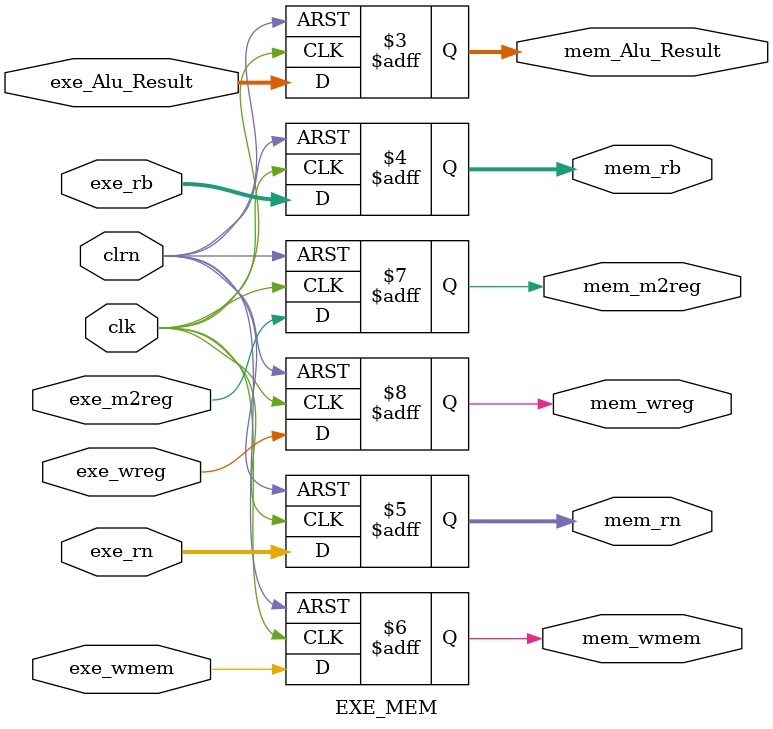
<source format=v>
`timescale 1ns / 1ps
module EXE_MEM(clk, clrn, 
				exe_Alu_Result, exe_rb, exe_wmem, exe_m2reg, exe_wreg, exe_rn,
				mem_Alu_Result, mem_rb, mem_wmem, mem_m2reg, mem_wreg, mem_rn
    );
	 
	 input clk,clrn;
	 input[31:0] exe_Alu_Result, exe_rb;
	 input[4:0] exe_rn;
	 input exe_wmem, exe_m2reg, exe_wreg;
	 
	 output[31:0] mem_Alu_Result, mem_rb;
	 output[4:0] mem_rn;
	 output mem_wmem, mem_m2reg, mem_wreg;
		
	 reg[31:0] mem_Alu_Result, mem_rb;
	 reg[4:0] mem_rn;
	 reg mem_wmem, mem_m2reg, mem_wreg;
	 
	  always @ (posedge clk or negedge clrn)
	  if(clrn==0)
			begin
				mem_Alu_Result<=0;
				mem_rb<=0;
				mem_wmem<=0;
				mem_m2reg<=0;
				mem_wreg<=0;
				mem_rn<=0;
			end
		else
			begin
				mem_Alu_Result<=exe_Alu_Result;
				mem_rb<=exe_rb;
				mem_wmem<=exe_wmem;
				mem_m2reg<=exe_m2reg;
				mem_wreg<=exe_wreg;
				mem_rn<=exe_rn;
			end
endmodule

</source>
